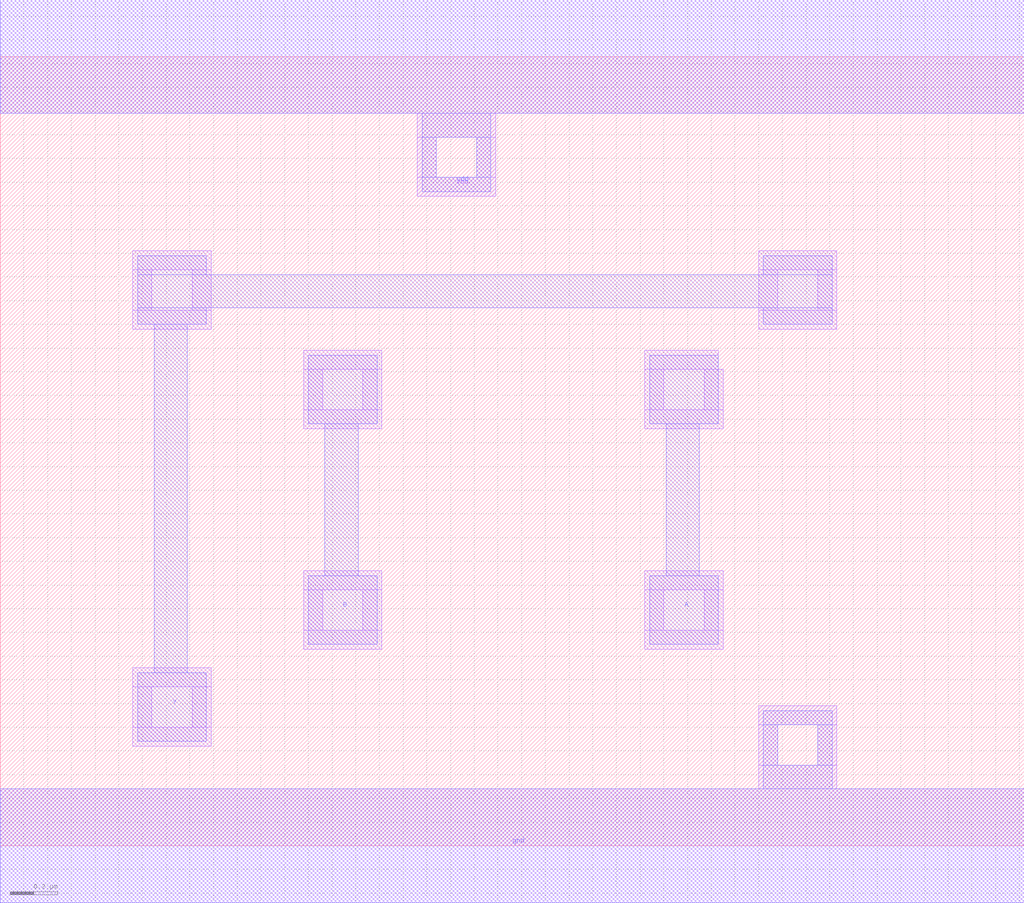
<source format=lef>
VERSION 5.7 ;
  NOWIREEXTENSIONATPIN ON ;
  DIVIDERCHAR "/" ;
  BUSBITCHARS "[]" ;
MACRO NAND2X1
  CLASS CORE ;
  FOREIGN NAND2X1 ;
  ORIGIN 0.000 0.000 ;
  SIZE 4.320 BY 3.330 ;
  SYMMETRY X Y R90 ;
  SITE unit ;
  PIN vdd
    DIRECTION INOUT ;
    USE POWER ;
    SHAPE ABUTMENT ;
    PORT
      LAYER met1 ;
        RECT 0.000 3.090 4.320 3.570 ;
        RECT 1.780 2.990 2.070 3.090 ;
        RECT 1.780 2.820 1.840 2.990 ;
        RECT 2.010 2.820 2.070 2.990 ;
        RECT 1.780 2.760 2.070 2.820 ;
    END
    PORT
      LAYER li1 ;
        RECT 0.000 3.090 4.320 3.570 ;
        RECT 1.760 2.990 2.090 3.090 ;
        RECT 1.760 2.820 1.840 2.990 ;
        RECT 2.010 2.820 2.090 2.990 ;
        RECT 1.760 2.740 2.090 2.820 ;
    END
  END vdd
  PIN gnd
    DIRECTION INOUT ;
    USE GROUND ;
    SHAPE ABUTMENT ;
    PORT
      LAYER met1 ;
        RECT 3.220 0.510 3.510 0.570 ;
        RECT 3.220 0.340 3.280 0.510 ;
        RECT 3.450 0.340 3.510 0.510 ;
        RECT 3.220 0.240 3.510 0.340 ;
        RECT 0.000 -0.240 4.320 0.240 ;
    END
    PORT
      LAYER li1 ;
        RECT 3.200 0.510 3.530 0.590 ;
        RECT 3.200 0.340 3.280 0.510 ;
        RECT 3.450 0.340 3.530 0.510 ;
        RECT 3.200 0.240 3.530 0.340 ;
        RECT 0.000 -0.240 4.320 0.240 ;
    END
  END gnd
  PIN Y
    DIRECTION INOUT ;
    USE SIGNAL ;
    SHAPE ABUTMENT ;
    PORT
      LAYER met1 ;
        RECT 0.580 2.410 0.870 2.490 ;
        RECT 3.220 2.410 3.510 2.490 ;
        RECT 0.580 2.270 3.510 2.410 ;
        RECT 0.580 2.200 0.870 2.270 ;
        RECT 3.220 2.200 3.510 2.270 ;
        RECT 0.650 0.730 0.790 2.200 ;
        RECT 0.580 0.440 0.870 0.730 ;
    END
  END Y
  PIN B
    DIRECTION INOUT ;
    USE SIGNAL ;
    SHAPE ABUTMENT ;
    PORT
      LAYER met1 ;
        RECT 1.300 1.780 1.590 2.070 ;
        RECT 1.370 1.140 1.510 1.780 ;
        RECT 1.300 0.850 1.590 1.140 ;
    END
  END B
  PIN A
    DIRECTION INOUT ;
    USE SIGNAL ;
    SHAPE ABUTMENT ;
    PORT
      LAYER met1 ;
        RECT 2.740 1.780 3.030 2.070 ;
        RECT 2.810 1.140 2.950 1.780 ;
        RECT 2.740 0.850 3.030 1.140 ;
    END
  END A
  OBS
      LAYER li1 ;
        RECT 0.560 2.430 0.890 2.510 ;
        RECT 0.560 2.260 0.640 2.430 ;
        RECT 0.810 2.260 0.890 2.430 ;
        RECT 0.560 2.180 0.890 2.260 ;
        RECT 3.200 2.430 3.530 2.510 ;
        RECT 3.200 2.260 3.280 2.430 ;
        RECT 3.450 2.260 3.530 2.430 ;
        RECT 3.200 2.180 3.530 2.260 ;
        RECT 1.280 2.010 1.610 2.090 ;
        RECT 1.280 1.840 1.360 2.010 ;
        RECT 1.530 1.840 1.610 2.010 ;
        RECT 1.280 1.760 1.610 1.840 ;
        RECT 2.720 2.010 3.030 2.090 ;
        RECT 2.720 1.840 2.800 2.010 ;
        RECT 2.970 1.840 3.050 2.010 ;
        RECT 2.720 1.760 3.050 1.840 ;
        RECT 1.280 1.080 1.610 1.160 ;
        RECT 1.280 0.910 1.360 1.080 ;
        RECT 1.530 0.910 1.610 1.080 ;
        RECT 1.280 0.830 1.610 0.910 ;
        RECT 2.720 1.080 3.050 1.160 ;
        RECT 2.720 0.910 2.800 1.080 ;
        RECT 2.970 0.910 3.050 1.080 ;
        RECT 2.720 0.830 3.050 0.910 ;
        RECT 0.560 0.670 0.890 0.750 ;
        RECT 0.560 0.500 0.640 0.670 ;
        RECT 0.810 0.500 0.890 0.670 ;
        RECT 0.560 0.420 0.890 0.500 ;
  END
END NAND2X1
END LIBRARY


</source>
